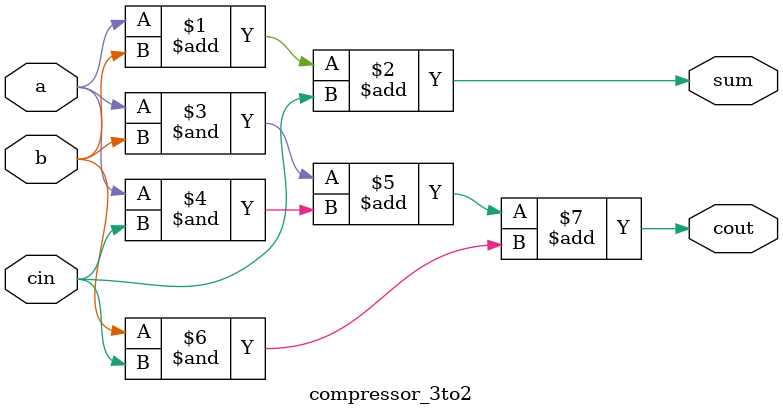
<source format=v>
`timescale 1ns/1ns
module con_5x5(
	input rst_n,			// syn. reset
	input clk,				// clk, about 100MHz max
	input ena,				// enable for reading data from chip-out
	input [15:0] data,		// 16-bit each data, all parallel in  
	output reg valid,		// output valid_temp signal, "1" 
	output reg finish,		// finish calculating, "1"
	output reg [15:0] result	// 16-bit result for each convoution
	);

	reg [15:0] data_core[1:3][1:3];
	reg [15:0] data_pics[1:3][1:3];
	reg [15:0] data_pics_next[1:3][1:3];
	reg [15:0] core_now,pics_now;

	reg [3:0] core_num;
	reg [7:0] pics_num;
	reg [1:0] pics_num_add;
	//reg valid_temp;s
	wire [15:0] result_temp;

	con_unit cu_juan(
		.core_11(data_core[1][1]),
		.core_12(data_core[1][2]),
		.core_13(data_core[1][3]),
		.core_21(data_core[2][1]),
		.core_22(data_core[2][2]),
		.core_23(data_core[2][3]),
		.core_31(data_core[3][1]),
		.core_32(data_core[3][2]),
		.core_33(data_core[3][3]),
		.in_Data_11(data_pics[1][1]),
		.in_Data_12(data_pics[1][2]),
		.in_Data_13(data_pics[1][3]),
		.in_Data_21(data_pics[2][1]),
		.in_Data_22(data_pics[2][2]),
		.in_Data_23(data_pics[2][3]),
		.in_Data_31(data_pics[3][1]),
		.in_Data_32(data_pics[3][2]),
		.in_Data_33(data_pics[3][3]),
		.R(result_temp)
		);

	// always @(posedge clk) begin
	// 	if (valid_temp) result_temp_reg <= result_temp;
	// 	else result_temp_reg <= result_temp_reg;
	// end

	always @(posedge clk or negedge rst_n) begin
		if (!rst_n) result <= 16'h0;
		else result <= valid ? result_temp : result;
	end

	always @(posedge clk or negedge rst_n) begin
		if (!rst_n) begin
			core_num <= 4'h0;
			pics_num <= 8'h0;
			pics_num_add <= 2'b00;
			finish <= 1'b0;
		end
		else if(ena) begin
			if (core_num < 4'h9) begin
				core_now <= data;
				core_num <= core_num + 1'b1;
			end
			else if(core_num == 4'h9) begin
				pics_now <= data;
				pics_num <= pics_num + 1'b1;
				if(pics_num > 8'h8) begin
					if(pics_num_add == 2'd3) pics_num_add <= 2'd1;
					else pics_num_add <= pics_num_add + 1'b1;
				end
				else begin
					pics_num_add <= pics_num_add;
				end
			end
		end	
		else if(pics_num > 8'h50 && pics_num < 8'h55) begin
			pics_num <= pics_num + 1'b1;
			if(pics_num_add == 2'd3) pics_num_add <= 2'd1;
			else pics_num_add <= pics_num_add + 1'b1;
			if(pics_num == 8'h54) finish <= 1'b1;
			else finish <= 1'b0;
		end
		else begin
			pics_num <= 8'h0;
			pics_num_add <= 2'd0;
			core_num <= 4'h9;
			finish <= 1'b0;
		end
	end

	always@(posedge clk) begin
		case (core_num)
			4'h1:data_core[1][1] = core_now;
			4'h2:data_core[1][2] = core_now;
			4'h3:data_core[1][3] = core_now;
			4'h4:data_core[2][1] = core_now;
			4'h5:data_core[2][2] = core_now;
			4'h6:data_core[2][3] = core_now;
			4'h7:data_core[3][1] = core_now;
			4'h8:data_core[3][2] = core_now;
			4'h9:data_core[3][3] = core_now;
			// default: only 1~9, all here
		endcase
	end

	always@(posedge clk) begin
		case(pics_num_add) 
			2'd1:begin
				data_pics[1][1] <= data_pics_next[1][1];
				data_pics[1][2] <= data_pics_next[1][2];
				data_pics[1][3] <= data_pics_next[1][3];
				data_pics[2][1] <= data_pics_next[2][1];
				data_pics[2][2] <= data_pics_next[2][2];
				data_pics[2][3] <= data_pics_next[2][3];
				data_pics[3][1] <= data_pics_next[3][1];
				data_pics[3][2] <= data_pics_next[3][2];
				data_pics[3][3] <= data_pics_next[3][3];
				valid <= 1'b0; //valid_temp <= 1'b0;
			end
			2'd3:begin
				valid <= 1'b1;
				//valid_temp <= 1'b1;
			end
			default:begin
				valid <= 1'b0;
				//valid_temp <= 1'b1;
			end
		endcase
	end

	always@(posedge clk) begin
		if(pics_num < 8'h0A)
			case (pics_num)
				8'h1: data_pics_next[1][1] = pics_now;
				8'h2: data_pics_next[2][1] = pics_now;
				8'h3: data_pics_next[3][1] = pics_now;
				8'h4: data_pics_next[1][2] = pics_now;
				8'h5: data_pics_next[2][2] = pics_now;
				8'h6: data_pics_next[3][2] = pics_now;
				8'h7: data_pics_next[1][3] = pics_now;
				8'h8: data_pics_next[2][3] = pics_now;
				8'h9: data_pics_next[3][3] = pics_now;
			endcase
		else if((pics_num > 8'h9 && pics_num < 8'd21) || (pics_num > 8'd40 && pics_num < 8'd51) || (pics_num > 8'd70 && pics_num < 8'd81)) begin
			data_pics_next[1][1] = data_pics[1][2];
			data_pics_next[2][1] = data_pics[2][2];
			data_pics_next[3][1] = data_pics[3][2];
			data_pics_next[1][2] = data_pics[1][3];
			data_pics_next[2][2] = data_pics[2][3];
			data_pics_next[3][2] = data_pics[3][3];
			case(pics_num_add)
				2'd1: data_pics_next[1][3] = pics_now;
				2'd2: data_pics_next[2][3] = pics_now;
				2'd3: data_pics_next[3][3] = pics_now;
			endcase
		end
		else if((pics_num > 8'd21 && pics_num < 8'd25) || (pics_num > 8'd51 && pics_num < 8'd55) || (pics_num > 8'd36 && pics_num < 8'd40) || (pics_num > 8'd66 && pics_num < 8'd70)) begin
			data_pics_next[1][1] = data_pics[2][1];
			data_pics_next[1][2] = data_pics[2][2];
			data_pics_next[1][3] = data_pics[2][3];
			data_pics_next[2][1] = data_pics[3][1];
			data_pics_next[2][2] = data_pics[3][2];
			data_pics_next[2][3] = data_pics[3][3];
			case(pics_num_add)
				2'd1: data_pics_next[3][1] = pics_now;
				2'd2: data_pics_next[3][2] = pics_now;
				2'd3: data_pics_next[3][3] = pics_now;
			endcase
		end
		else if((pics_num > 8'd25 && pics_num < 8'd36) || (pics_num > 8'd55 && pics_num < 8'd66)) begin
			data_pics_next[1][3] = data_pics[1][2];
			data_pics_next[2][3] = data_pics[2][2];
			data_pics_next[3][3] = data_pics[3][2];
			data_pics_next[1][2] = data_pics[1][1];
			data_pics_next[2][2] = data_pics[2][1];
			data_pics_next[3][2] = data_pics[3][1];
			case(pics_num_add)
				2'd1: data_pics_next[1][1] = pics_now;
				2'd2: data_pics_next[2][1] = pics_now;
				2'd3: data_pics_next[3][1] = pics_now;
			endcase
		end
	end
endmodule

module con_unit(
	input [15:0]core_11,core_12,core_13,
				core_21,core_22,core_23,
				core_31,core_32,core_33,
				in_Data_11,in_Data_12,in_Data_13,
				in_Data_21,in_Data_22,in_Data_23,
				in_Data_31,in_Data_32,in_Data_33,
	output [15:0] R
	);

	wire [15:0]P[1:3][1:3];
	multiplier16x16 mul_11(core_11,in_Data_11,P[1][1]);
	multiplier16x16 mul_12(core_12,in_Data_12,P[1][2]);
	multiplier16x16 mul_13(core_13,in_Data_13,P[1][3]);
	multiplier16x16 mul_21(core_21,in_Data_21,P[2][1]);
	multiplier16x16 mul_22(core_22,in_Data_22,P[2][2]);
	multiplier16x16 mul_23(core_23,in_Data_23,P[2][3]);
	multiplier16x16 mul_31(core_31,in_Data_31,P[3][1]);
	multiplier16x16 mul_32(core_32,in_Data_32,P[3][2]);
	multiplier16x16 mul_33(core_33,in_Data_33,P[3][3]);
	assign R = P[1][1]+P[1][2]+P[1][3]+P[2][1]+P[2][2]+P[2][3]+P[3][1]+P[3][2]+P[3][3];
endmodule


module multiplier16x16(A,B,P_16);
	input signed [15:0]A,B; 	//16-bit
	output signed [15:0] P_16;
	wire signed [18:0] PP_1;
	wire signed [17:0] PP_2,PP_3,PP_4,PP_5,PP_6,PP_7,PP_8;
	wire signed [14:0] PP_9;
	wire signed [31:0] P_32; 	//P_out;
	wire signed [15:0] PP[1:9];
	wire signed [18:0] A_temp; 	//19-bit, low 1'b0, high 2-signed-bit

	assign A_temp = {A[15],A[15],A,1'b0};
	booth_2_unit b2u_1(A_temp[2:0],B,PP[1]);
	booth_2_unit b2u_2(A_temp[4:2],B,PP[2]);
	booth_2_unit b2u_3(A_temp[6:4],B,PP[3]);
	booth_2_unit b2u_4(A_temp[8:6],B,PP[4]);
	booth_2_unit b2u_5(A_temp[10:8],B,PP[5]);
	booth_2_unit b2u_6(A_temp[12:10],B,PP[6]);
	booth_2_unit b2u_7(A_temp[14:12],B,PP[7]);
	booth_2_unit b2u_8(A_temp[16:14],B,PP[8]);
	booth_2_unit b2u_9(A_temp[18:16],B,PP[9]);

	assign PP_1 = {!PP[1][15],PP[1][15],PP[1][15],PP[1]};
	assign PP_2 = {1'b1,!PP[2][15],PP[2]};
	assign PP_3 = {1'b1,!PP[3][15],PP[3]};
	assign PP_4 = {1'b1,!PP[4][15],PP[4]};
	assign PP_5 = {1'b1,!PP[5][15],PP[5]};
	assign PP_6 = {1'b1,!PP[6][15],PP[6]};
	assign PP_7 = {1'b1,!PP[7][15],PP[7]};
	assign PP_8 = {1'b1,!PP[8][15],PP[8]};
	assign PP_9 = {PP[9][14:0]};

	// level-1 3to2
	wire signed [21:0]Carry11,Sum11;
	wire signed [21:0]Carry12,Sum12;
	wire signed [19:0]Carry13,Sum13;
	compressor_3to2_20 c3to2_20_11({3'b0,PP_1[18:2]},{2'b0,PP_2},{PP_3,2'b0},Sum11[21:2],Carry11[21:2]); 	// [21:2],[1]=PP_1[1],[0]=PP_1[0];
	assign Sum11[1:0] = {PP_1[1:0]};
	assign Carry11[1:0] = 2'b0;
	compressor_3to2_20 c3to2_20_12({4'b0,PP_4[17:2]},{2'b0,PP_5},{PP_6,2'b0},Sum12[21:2],Carry12[21:2]);
	assign Sum12[1:0] = {PP_4[1:0]};
	assign Carry12[1:0] = 2'b0;
	compressor_3to2_20 c3to2_20_13({2'b0,PP_7},{PP_8,2'b0},{1'b0,PP_9,4'b0},Sum13,Carry13);
	
	// level-2 3to2
	wire signed [27:0]Carry21,Sum21;
	wire signed [25:0]Carry22,Sum22;
	compressor_3to2_20 c3to2_20_21({5'b0,Carry11[21:7]},{6'b0,Sum11[21:8]},Sum12[21:2],Sum21[27:8],Carry21[27:8]);
	compressor_3to2 c3to2_21(Carry11[6],Sum11[7],Sum12[1],Sum21[7],Carry21[7]);
	compressor_3to2 c3to2_22(Carry11[5],Sum11[6],Sum12[0],Sum21[6],Carry21[6]);
	compressor_3to2 c3to2_24(Carry11[4],Sum11[5],1'b0,Sum21[5],Carry21[5]);
	compressor_3to2 c3to2_25(Carry11[3],Sum11[4],1'b0,Sum21[4],Carry21[4]);
	compressor_3to2 c3to2_26(Carry11[2],Sum11[3],1'b0,Sum21[3],Carry21[3]);
	compressor_3to2 c3to2_27(Carry11[1],Sum11[2],1'b0,Sum21[2],Carry21[2]);
	compressor_3to2 c3to2_28(Carry11[0],Sum11[1],1'b0,Sum21[1],Carry21[1]);
	assign Sum21[0] = Sum11[0];
	assign Carry21[0] = 1'b0;
	compressor_3to2_20 c3to2_20_22({4'b0,Carry12[21:6]},{1'b0,Sum13[19:1]},Carry13,Sum22[25:6],Carry22[25:6]);
	compressor_3to2 c3to2_23(Carry12[5],Sum13[0],1'b0,Sum22[5],Carry22[5]);
	assign Sum22[4:0] = Carry12[4:0];
	assign Carry22[4:0] = {5'b0};
	// level-3 4to2

	assign P_32 = {3'b0,Carry21,1'b0} + {4'b0,Sum21} + {Carry22[23:0],8'b0} + {Sum22[24:0],7'b0};
	// assign P_out = {10'b0,Sum11} + {9'b0,Carry11,1'b0} + {4'b0,Sum12,6'b0} + {Sum13,12'b0} + {Carry13[18:0],13'b0} + {3'b0,Carry12,7'b0};	// pass!!!
	// assign P_32 = PP_1 + {PP_2,2'b0} + {PP_3,4'b0} + {PP_4,6'b0} + {PP_5,8'b0} + {PP_6,10'b0} + {PP_7,12'b0} + {PP_8,14'b0} + {PP_9,16'b0};
	// compressor_tree compressor_tree_my(PP_1,PP_2,PP_3,PP_4,PP_5,PP_6,PP_7,PP_8,PP_9,P_out);
	bin32to16 bin32to16_my(P_32,P_16);
endmodule

// cut the 32-bit result of multiplier to 16-bit
module bin32to16(A,B);
	input signed [31:0]A;
	output signed [15:0]B;
	assign B = {A[31],A[26:12]};
endmodule

module booth_2_unit(A,B,PP);
	input [2:0] A;
	input signed [15:0] B;
	output reg signed [15:0] PP;

	wire signed [15:0] B_not;
	wire signed [15:0] B_shift;
	wire signed [15:0] B_shift_not;

	assign B_not = ~B;
	assign B_shift = {B[14:0],1'b0}; // left shift after adding signed-bit
	assign B_shift_not = ~B_shift;

	always@(*) begin
	// always@(A) begin !!! bug-1-fixed: no output data.
		case(A)
			3'b000: PP = 16'h0;					// +0
			3'b001: PP = B;						// +X
			3'b010:	PP = B; 					// +X
			3'b011: PP = B_shift;				// +2X
			3'b100: PP = B_shift_not + 1'b1;	// -2X
			3'b101: PP = B_not + 1'b1;			// -X
			3'b110: PP = B_not + 1'b1; 			// -X
			3'b111: PP = 16'h0;					// -0
		endcase
	end
endmodule

module compressor_3to2_4(A_1,A_2,A_3,Sum,Carry);
	input [3:0]A_1,A_2,A_3;
	output [3:0]Sum,Carry;
	compressor_3to2 c3to2_0(A_1[0],A_2[0],A_3[0],Sum[0],Carry[0]);
	compressor_3to2 c3to2_1(A_1[1],A_2[1],A_3[1],Sum[1],Carry[1]);
	compressor_3to2 c3to2_2(A_1[2],A_2[2],A_3[2],Sum[2],Carry[2]);
	compressor_3to2 c3to2_3(A_1[3],A_2[3],A_3[3],Sum[3],Carry[3]);
endmodule

module compressor_3to2_20(A_1,A_2,A_3,Sum,Carry);
	input [19:0]A_1,A_2,A_3;
	output [19:0]Sum,Carry;
	compressor_3to2_4 c3to2_4_0(A_1[3:0],A_2[3:0],A_3[3:0],Sum[3:0],Carry[3:0]);
	compressor_3to2_4 c3to2_4_1(A_1[7:4],A_2[7:4],A_3[7:4],Sum[7:4],Carry[7:4]);
	compressor_3to2_4 c3to2_4_2(A_1[11:8],A_2[11:8],A_3[11:8],Sum[11:8],Carry[11:8]);
	compressor_3to2_4 c3to2_4_3(A_1[15:12],A_2[15:12],A_3[15:12],Sum[15:12],Carry[15:12]);
	compressor_3to2_4 c3to2_4_4(A_1[19:16],A_2[19:16],A_3[19:16],Sum[19:16],Carry[19:16]);
endmodule

module compressor_3to2(a,b,cin,sum,cout);
	input a,b,cin;
	output sum,cout;
	//assign s = a ^ b ^ c;
	assign sum = a + b + cin;
	assign cout = (a&b) + (a&cin) + (b&cin); 
endmodule
</source>
